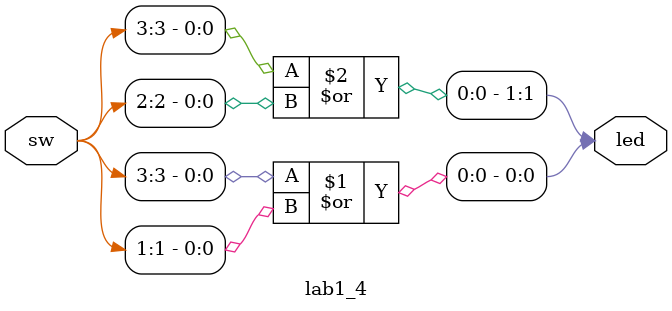
<source format=v>
module lab1_4(sw, led);
input [3:0] sw;
output [1:0] led;

assign led = {
	sw[3] | sw[2],
	sw[3] | sw[1]
};

endmodule

</source>
